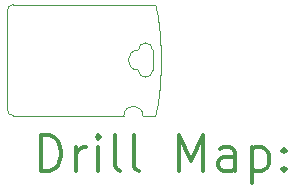
<source format=gbr>
%FSLAX45Y45*%
G04 Gerber Fmt 4.5, Leading zero omitted, Abs format (unit mm)*
G04 Created by KiCad (PCBNEW (5.0.0)) date 11/20/18 23:38:03*
%MOMM*%
%LPD*%
G01*
G04 APERTURE LIST*
%ADD10C,0.010000*%
%ADD11C,0.050000*%
%ADD12C,0.200000*%
%ADD13C,0.300000*%
G04 APERTURE END LIST*
D10*
X2932500Y-2265000D02*
G75*
G02X2812500Y-2265000I-60000J0D01*
G01*
X2932500Y-2095000D02*
G75*
G03X2812500Y-2095000I-60000J0D01*
G01*
X2812500Y-2095000D02*
G75*
G03X2812500Y-2265000I0J-85000D01*
G01*
D11*
X2850000Y-2650000D02*
G75*
G03X2690000Y-2650000I-80000J0D01*
G01*
X2850000Y-2650000D02*
X2952500Y-2650000D01*
D10*
X2932500Y-2095000D02*
X2932500Y-2265000D01*
D11*
X1752500Y-1710000D02*
G75*
G03X1702500Y-1760000I0J-50000D01*
G01*
X1702500Y-2600000D02*
G75*
G03X1752500Y-2650000I50000J0D01*
G01*
X1702500Y-1760000D02*
X1702500Y-2600000D01*
X2952500Y-1710000D02*
X1752500Y-1710000D01*
X1752500Y-2650000D02*
X2690000Y-2650000D01*
X3002500Y-2180000D02*
X3002500Y-2167000D01*
X3002500Y-2167000D02*
X3002500Y-2153000D01*
X3002500Y-2153000D02*
X3002500Y-2140000D01*
X3002500Y-2140000D02*
X3002500Y-2126000D01*
X3002500Y-2126000D02*
X3001500Y-2113000D01*
X3001500Y-2113000D02*
X3001500Y-2099000D01*
X3001500Y-2099000D02*
X3001500Y-2086000D01*
X3001500Y-2086000D02*
X3000500Y-2073000D01*
X3000500Y-2073000D02*
X3000500Y-2059000D01*
X3000500Y-2059000D02*
X2999500Y-2046000D01*
X2999500Y-2046000D02*
X2998500Y-2033000D01*
X2998500Y-2033000D02*
X2998500Y-2020000D01*
X2998500Y-2020000D02*
X2997500Y-2007000D01*
X2997500Y-2007000D02*
X2996500Y-1995000D01*
X2996500Y-1995000D02*
X2995500Y-1982000D01*
X2995500Y-1982000D02*
X2994500Y-1970000D01*
X2994500Y-1970000D02*
X2993500Y-1957000D01*
X2993500Y-1957000D02*
X2992500Y-1945000D01*
X2992500Y-1945000D02*
X2991500Y-1933000D01*
X2991500Y-1933000D02*
X2990500Y-1921000D01*
X2990500Y-1921000D02*
X2989500Y-1909000D01*
X2989500Y-1909000D02*
X2988500Y-1897000D01*
X2988500Y-1897000D02*
X2986500Y-1886000D01*
X2986500Y-1886000D02*
X2985500Y-1874000D01*
X2985500Y-1874000D02*
X2984500Y-1863000D01*
X2984500Y-1863000D02*
X2982500Y-1852000D01*
X2982500Y-1852000D02*
X2981500Y-1842000D01*
X2981500Y-1842000D02*
X2979500Y-1831000D01*
X2979500Y-1831000D02*
X2978500Y-1821000D01*
X2978500Y-1821000D02*
X2976500Y-1811000D01*
X2976500Y-1811000D02*
X2974500Y-1801000D01*
X2974500Y-1801000D02*
X2973500Y-1791000D01*
X2973500Y-1791000D02*
X2971500Y-1782000D01*
X2971500Y-1782000D02*
X2969500Y-1772000D01*
X2969500Y-1772000D02*
X2967500Y-1764000D01*
X2967500Y-1764000D02*
X2965500Y-1755000D01*
X2965500Y-1755000D02*
X2964500Y-1746000D01*
X2964500Y-1746000D02*
X2962500Y-1738000D01*
X2962500Y-1738000D02*
X2960500Y-1730000D01*
X2960500Y-1730000D02*
X2958500Y-1723000D01*
X2958500Y-1723000D02*
X2955500Y-1715000D01*
X2955500Y-1715000D02*
X2952500Y-1710000D01*
X2952500Y-2650000D02*
X2955500Y-2645000D01*
X2955500Y-2645000D02*
X2958500Y-2637000D01*
X2958500Y-2637000D02*
X2960500Y-2630000D01*
X2960500Y-2630000D02*
X2962500Y-2622000D01*
X2962500Y-2622000D02*
X2964500Y-2614000D01*
X2964500Y-2614000D02*
X2965500Y-2605000D01*
X2965500Y-2605000D02*
X2967500Y-2596000D01*
X2967500Y-2596000D02*
X2969500Y-2588000D01*
X2969500Y-2588000D02*
X2971500Y-2578000D01*
X2971500Y-2578000D02*
X2973500Y-2569000D01*
X2973500Y-2569000D02*
X2974500Y-2559000D01*
X2974500Y-2559000D02*
X2976500Y-2549000D01*
X2976500Y-2549000D02*
X2978500Y-2539000D01*
X2978500Y-2539000D02*
X2979500Y-2529000D01*
X2979500Y-2529000D02*
X2981500Y-2518000D01*
X2981500Y-2518000D02*
X2982500Y-2508000D01*
X2982500Y-2508000D02*
X2984500Y-2497000D01*
X2984500Y-2497000D02*
X2985500Y-2486000D01*
X2985500Y-2486000D02*
X2986500Y-2474000D01*
X2986500Y-2474000D02*
X2988500Y-2463000D01*
X2988500Y-2463000D02*
X2989500Y-2451000D01*
X2989500Y-2451000D02*
X2990500Y-2439000D01*
X2990500Y-2439000D02*
X2991500Y-2427000D01*
X2991500Y-2427000D02*
X2992500Y-2415000D01*
X2992500Y-2415000D02*
X2993500Y-2403000D01*
X2993500Y-2403000D02*
X2994500Y-2390000D01*
X2994500Y-2390000D02*
X2995500Y-2378000D01*
X2995500Y-2378000D02*
X2996500Y-2365000D01*
X2996500Y-2365000D02*
X2997500Y-2353000D01*
X2997500Y-2353000D02*
X2998500Y-2340000D01*
X2998500Y-2340000D02*
X2998500Y-2327000D01*
X2998500Y-2327000D02*
X2999500Y-2314000D01*
X2999500Y-2314000D02*
X3000500Y-2301000D01*
X3000500Y-2301000D02*
X3000500Y-2287000D01*
X3000500Y-2287000D02*
X3001500Y-2274000D01*
X3001500Y-2274000D02*
X3001500Y-2261000D01*
X3001500Y-2261000D02*
X3001500Y-2247000D01*
X3001500Y-2247000D02*
X3002500Y-2234000D01*
X3002500Y-2234000D02*
X3002500Y-2220000D01*
X3002500Y-2220000D02*
X3002500Y-2207000D01*
X3002500Y-2207000D02*
X3002500Y-2193000D01*
X3002500Y-2193000D02*
X3002500Y-2180000D01*
D12*
D13*
X1986428Y-3118214D02*
X1986428Y-2818214D01*
X2057857Y-2818214D01*
X2100714Y-2832500D01*
X2129286Y-2861071D01*
X2143571Y-2889643D01*
X2157857Y-2946786D01*
X2157857Y-2989643D01*
X2143571Y-3046786D01*
X2129286Y-3075357D01*
X2100714Y-3103929D01*
X2057857Y-3118214D01*
X1986428Y-3118214D01*
X2286428Y-3118214D02*
X2286428Y-2918214D01*
X2286428Y-2975357D02*
X2300714Y-2946786D01*
X2315000Y-2932500D01*
X2343571Y-2918214D01*
X2372143Y-2918214D01*
X2472143Y-3118214D02*
X2472143Y-2918214D01*
X2472143Y-2818214D02*
X2457857Y-2832500D01*
X2472143Y-2846786D01*
X2486428Y-2832500D01*
X2472143Y-2818214D01*
X2472143Y-2846786D01*
X2657857Y-3118214D02*
X2629286Y-3103929D01*
X2615000Y-3075357D01*
X2615000Y-2818214D01*
X2815000Y-3118214D02*
X2786428Y-3103929D01*
X2772143Y-3075357D01*
X2772143Y-2818214D01*
X3157857Y-3118214D02*
X3157857Y-2818214D01*
X3257857Y-3032500D01*
X3357857Y-2818214D01*
X3357857Y-3118214D01*
X3629286Y-3118214D02*
X3629286Y-2961071D01*
X3615000Y-2932500D01*
X3586428Y-2918214D01*
X3529286Y-2918214D01*
X3500714Y-2932500D01*
X3629286Y-3103929D02*
X3600714Y-3118214D01*
X3529286Y-3118214D01*
X3500714Y-3103929D01*
X3486428Y-3075357D01*
X3486428Y-3046786D01*
X3500714Y-3018214D01*
X3529286Y-3003929D01*
X3600714Y-3003929D01*
X3629286Y-2989643D01*
X3772143Y-2918214D02*
X3772143Y-3218214D01*
X3772143Y-2932500D02*
X3800714Y-2918214D01*
X3857857Y-2918214D01*
X3886428Y-2932500D01*
X3900714Y-2946786D01*
X3915000Y-2975357D01*
X3915000Y-3061071D01*
X3900714Y-3089643D01*
X3886428Y-3103929D01*
X3857857Y-3118214D01*
X3800714Y-3118214D01*
X3772143Y-3103929D01*
X4043571Y-3089643D02*
X4057857Y-3103929D01*
X4043571Y-3118214D01*
X4029286Y-3103929D01*
X4043571Y-3089643D01*
X4043571Y-3118214D01*
X4043571Y-2932500D02*
X4057857Y-2946786D01*
X4043571Y-2961071D01*
X4029286Y-2946786D01*
X4043571Y-2932500D01*
X4043571Y-2961071D01*
M02*

</source>
